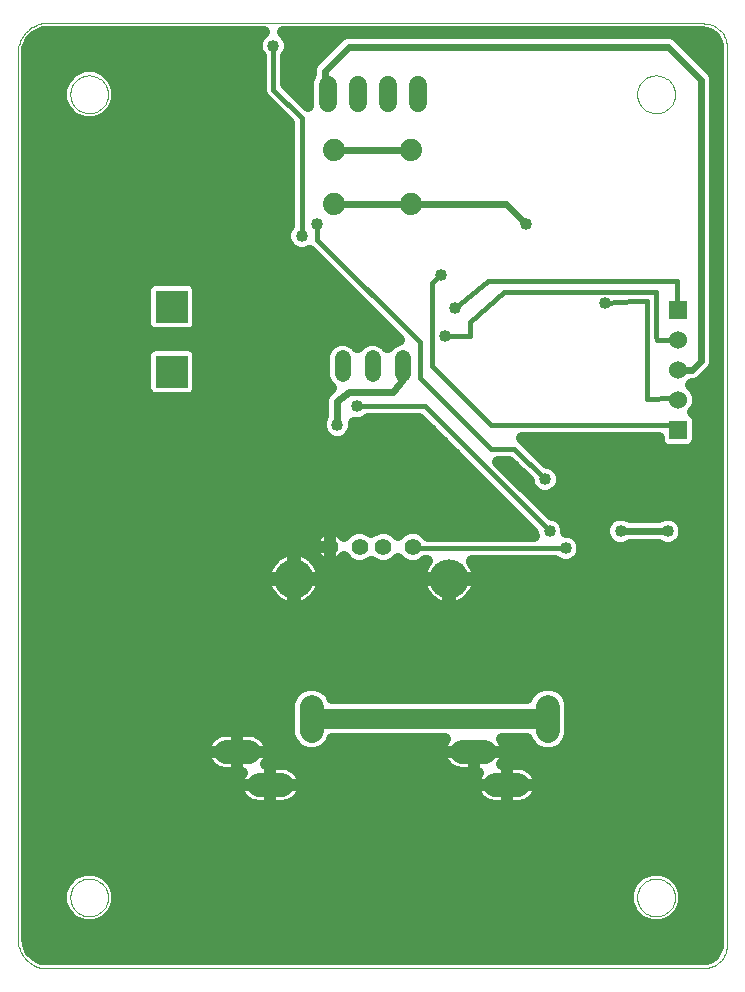
<source format=gbl>
G75*
G70*
%OFA0B0*%
%FSLAX24Y24*%
%IPPOS*%
%LPD*%
%AMOC8*
5,1,8,0,0,1.08239X$1,22.5*
%
%ADD10C,0.0000*%
%ADD11C,0.0787*%
%ADD12C,0.1306*%
%ADD13C,0.0554*%
%ADD14C,0.0520*%
%ADD15R,0.0600X0.0600*%
%ADD16C,0.0600*%
%ADD17R,0.1063X0.1063*%
%ADD18C,0.0740*%
%ADD19C,0.0600*%
%ADD20C,0.0150*%
%ADD21C,0.0400*%
%ADD22C,0.0240*%
%ADD23C,0.0160*%
%ADD24C,0.0660*%
%ADD25C,0.0400*%
D10*
X015719Y008027D02*
X015719Y037160D01*
X015718Y037160D02*
X015708Y037220D01*
X015702Y037280D01*
X015699Y037341D01*
X015700Y037401D01*
X015704Y037462D01*
X015713Y037522D01*
X015724Y037581D01*
X015740Y037640D01*
X015759Y037698D01*
X015781Y037754D01*
X015807Y037809D01*
X015836Y037862D01*
X015868Y037914D01*
X015903Y037963D01*
X015941Y038011D01*
X015982Y038055D01*
X016025Y038098D01*
X016071Y038137D01*
X016119Y038174D01*
X016170Y038208D01*
X016222Y038238D01*
X016276Y038266D01*
X016332Y038290D01*
X016389Y038311D01*
X016447Y038328D01*
X016506Y038342D01*
X038553Y038342D01*
X038553Y038341D02*
X038607Y038339D01*
X038660Y038334D01*
X038713Y038325D01*
X038765Y038312D01*
X038817Y038296D01*
X038867Y038276D01*
X038915Y038253D01*
X038962Y038226D01*
X039007Y038197D01*
X039050Y038164D01*
X039090Y038129D01*
X039128Y038091D01*
X039163Y038051D01*
X039196Y038008D01*
X039225Y037963D01*
X039252Y037916D01*
X039275Y037868D01*
X039295Y037818D01*
X039311Y037766D01*
X039324Y037714D01*
X039333Y037661D01*
X039338Y037608D01*
X039340Y037554D01*
X039341Y037554D02*
X039341Y007633D01*
X039340Y007633D02*
X039338Y007579D01*
X039333Y007526D01*
X039324Y007473D01*
X039311Y007421D01*
X039295Y007369D01*
X039275Y007319D01*
X039252Y007271D01*
X039225Y007224D01*
X039196Y007179D01*
X039163Y007136D01*
X039128Y007096D01*
X039090Y007058D01*
X039050Y007023D01*
X039007Y006990D01*
X038962Y006961D01*
X038915Y006934D01*
X038867Y006911D01*
X038817Y006891D01*
X038765Y006875D01*
X038713Y006862D01*
X038660Y006853D01*
X038607Y006848D01*
X038553Y006846D01*
X016506Y006846D01*
X016506Y006845D02*
X016447Y006859D01*
X016389Y006876D01*
X016332Y006897D01*
X016276Y006921D01*
X016222Y006949D01*
X016170Y006979D01*
X016119Y007013D01*
X016071Y007050D01*
X016025Y007089D01*
X015982Y007132D01*
X015941Y007176D01*
X015903Y007224D01*
X015868Y007273D01*
X015836Y007325D01*
X015807Y007378D01*
X015781Y007433D01*
X015759Y007489D01*
X015740Y007547D01*
X015724Y007606D01*
X015713Y007665D01*
X015704Y007725D01*
X015700Y007786D01*
X015699Y007846D01*
X015702Y007907D01*
X015708Y007967D01*
X015718Y008027D01*
X017451Y009208D02*
X017453Y009258D01*
X017459Y009308D01*
X017469Y009357D01*
X017483Y009405D01*
X017500Y009452D01*
X017521Y009497D01*
X017546Y009541D01*
X017574Y009582D01*
X017606Y009621D01*
X017640Y009658D01*
X017677Y009692D01*
X017717Y009722D01*
X017759Y009749D01*
X017803Y009773D01*
X017849Y009794D01*
X017896Y009810D01*
X017944Y009823D01*
X017994Y009832D01*
X018043Y009837D01*
X018094Y009838D01*
X018144Y009835D01*
X018193Y009828D01*
X018242Y009817D01*
X018290Y009802D01*
X018336Y009784D01*
X018381Y009762D01*
X018424Y009736D01*
X018465Y009707D01*
X018504Y009675D01*
X018540Y009640D01*
X018572Y009602D01*
X018602Y009562D01*
X018629Y009519D01*
X018652Y009475D01*
X018671Y009429D01*
X018687Y009381D01*
X018699Y009332D01*
X018707Y009283D01*
X018711Y009233D01*
X018711Y009183D01*
X018707Y009133D01*
X018699Y009084D01*
X018687Y009035D01*
X018671Y008987D01*
X018652Y008941D01*
X018629Y008897D01*
X018602Y008854D01*
X018572Y008814D01*
X018540Y008776D01*
X018504Y008741D01*
X018465Y008709D01*
X018424Y008680D01*
X018381Y008654D01*
X018336Y008632D01*
X018290Y008614D01*
X018242Y008599D01*
X018193Y008588D01*
X018144Y008581D01*
X018094Y008578D01*
X018043Y008579D01*
X017994Y008584D01*
X017944Y008593D01*
X017896Y008606D01*
X017849Y008622D01*
X017803Y008643D01*
X017759Y008667D01*
X017717Y008694D01*
X017677Y008724D01*
X017640Y008758D01*
X017606Y008795D01*
X017574Y008834D01*
X017546Y008875D01*
X017521Y008919D01*
X017500Y008964D01*
X017483Y009011D01*
X017469Y009059D01*
X017459Y009108D01*
X017453Y009158D01*
X017451Y009208D01*
X036349Y009208D02*
X036351Y009258D01*
X036357Y009308D01*
X036367Y009357D01*
X036381Y009405D01*
X036398Y009452D01*
X036419Y009497D01*
X036444Y009541D01*
X036472Y009582D01*
X036504Y009621D01*
X036538Y009658D01*
X036575Y009692D01*
X036615Y009722D01*
X036657Y009749D01*
X036701Y009773D01*
X036747Y009794D01*
X036794Y009810D01*
X036842Y009823D01*
X036892Y009832D01*
X036941Y009837D01*
X036992Y009838D01*
X037042Y009835D01*
X037091Y009828D01*
X037140Y009817D01*
X037188Y009802D01*
X037234Y009784D01*
X037279Y009762D01*
X037322Y009736D01*
X037363Y009707D01*
X037402Y009675D01*
X037438Y009640D01*
X037470Y009602D01*
X037500Y009562D01*
X037527Y009519D01*
X037550Y009475D01*
X037569Y009429D01*
X037585Y009381D01*
X037597Y009332D01*
X037605Y009283D01*
X037609Y009233D01*
X037609Y009183D01*
X037605Y009133D01*
X037597Y009084D01*
X037585Y009035D01*
X037569Y008987D01*
X037550Y008941D01*
X037527Y008897D01*
X037500Y008854D01*
X037470Y008814D01*
X037438Y008776D01*
X037402Y008741D01*
X037363Y008709D01*
X037322Y008680D01*
X037279Y008654D01*
X037234Y008632D01*
X037188Y008614D01*
X037140Y008599D01*
X037091Y008588D01*
X037042Y008581D01*
X036992Y008578D01*
X036941Y008579D01*
X036892Y008584D01*
X036842Y008593D01*
X036794Y008606D01*
X036747Y008622D01*
X036701Y008643D01*
X036657Y008667D01*
X036615Y008694D01*
X036575Y008724D01*
X036538Y008758D01*
X036504Y008795D01*
X036472Y008834D01*
X036444Y008875D01*
X036419Y008919D01*
X036398Y008964D01*
X036381Y009011D01*
X036367Y009059D01*
X036357Y009108D01*
X036351Y009158D01*
X036349Y009208D01*
X036349Y035979D02*
X036351Y036029D01*
X036357Y036079D01*
X036367Y036128D01*
X036381Y036176D01*
X036398Y036223D01*
X036419Y036268D01*
X036444Y036312D01*
X036472Y036353D01*
X036504Y036392D01*
X036538Y036429D01*
X036575Y036463D01*
X036615Y036493D01*
X036657Y036520D01*
X036701Y036544D01*
X036747Y036565D01*
X036794Y036581D01*
X036842Y036594D01*
X036892Y036603D01*
X036941Y036608D01*
X036992Y036609D01*
X037042Y036606D01*
X037091Y036599D01*
X037140Y036588D01*
X037188Y036573D01*
X037234Y036555D01*
X037279Y036533D01*
X037322Y036507D01*
X037363Y036478D01*
X037402Y036446D01*
X037438Y036411D01*
X037470Y036373D01*
X037500Y036333D01*
X037527Y036290D01*
X037550Y036246D01*
X037569Y036200D01*
X037585Y036152D01*
X037597Y036103D01*
X037605Y036054D01*
X037609Y036004D01*
X037609Y035954D01*
X037605Y035904D01*
X037597Y035855D01*
X037585Y035806D01*
X037569Y035758D01*
X037550Y035712D01*
X037527Y035668D01*
X037500Y035625D01*
X037470Y035585D01*
X037438Y035547D01*
X037402Y035512D01*
X037363Y035480D01*
X037322Y035451D01*
X037279Y035425D01*
X037234Y035403D01*
X037188Y035385D01*
X037140Y035370D01*
X037091Y035359D01*
X037042Y035352D01*
X036992Y035349D01*
X036941Y035350D01*
X036892Y035355D01*
X036842Y035364D01*
X036794Y035377D01*
X036747Y035393D01*
X036701Y035414D01*
X036657Y035438D01*
X036615Y035465D01*
X036575Y035495D01*
X036538Y035529D01*
X036504Y035566D01*
X036472Y035605D01*
X036444Y035646D01*
X036419Y035690D01*
X036398Y035735D01*
X036381Y035782D01*
X036367Y035830D01*
X036357Y035879D01*
X036351Y035929D01*
X036349Y035979D01*
X017451Y035979D02*
X017453Y036029D01*
X017459Y036079D01*
X017469Y036128D01*
X017483Y036176D01*
X017500Y036223D01*
X017521Y036268D01*
X017546Y036312D01*
X017574Y036353D01*
X017606Y036392D01*
X017640Y036429D01*
X017677Y036463D01*
X017717Y036493D01*
X017759Y036520D01*
X017803Y036544D01*
X017849Y036565D01*
X017896Y036581D01*
X017944Y036594D01*
X017994Y036603D01*
X018043Y036608D01*
X018094Y036609D01*
X018144Y036606D01*
X018193Y036599D01*
X018242Y036588D01*
X018290Y036573D01*
X018336Y036555D01*
X018381Y036533D01*
X018424Y036507D01*
X018465Y036478D01*
X018504Y036446D01*
X018540Y036411D01*
X018572Y036373D01*
X018602Y036333D01*
X018629Y036290D01*
X018652Y036246D01*
X018671Y036200D01*
X018687Y036152D01*
X018699Y036103D01*
X018707Y036054D01*
X018711Y036004D01*
X018711Y035954D01*
X018707Y035904D01*
X018699Y035855D01*
X018687Y035806D01*
X018671Y035758D01*
X018652Y035712D01*
X018629Y035668D01*
X018602Y035625D01*
X018572Y035585D01*
X018540Y035547D01*
X018504Y035512D01*
X018465Y035480D01*
X018424Y035451D01*
X018381Y035425D01*
X018336Y035403D01*
X018290Y035385D01*
X018242Y035370D01*
X018193Y035359D01*
X018144Y035352D01*
X018094Y035349D01*
X018043Y035350D01*
X017994Y035355D01*
X017944Y035364D01*
X017896Y035377D01*
X017849Y035393D01*
X017803Y035414D01*
X017759Y035438D01*
X017717Y035465D01*
X017677Y035495D01*
X017640Y035529D01*
X017606Y035566D01*
X017574Y035605D01*
X017546Y035646D01*
X017521Y035690D01*
X017500Y035735D01*
X017483Y035782D01*
X017469Y035830D01*
X017459Y035879D01*
X017453Y035929D01*
X017451Y035979D01*
D11*
X025500Y015558D02*
X025500Y014771D01*
X024516Y012960D02*
X023729Y012960D01*
X023414Y014062D02*
X022626Y014062D01*
X030500Y014062D02*
X031288Y014062D01*
X031603Y012960D02*
X032390Y012960D01*
X033374Y014771D02*
X033374Y015558D01*
D12*
X030077Y019834D03*
X024904Y019834D03*
D13*
X026112Y020901D03*
X027097Y020901D03*
X027884Y020901D03*
X028868Y020901D03*
D14*
X028530Y026664D02*
X028530Y027184D01*
X027530Y027184D02*
X027530Y026664D01*
X026530Y026664D02*
X026530Y027184D01*
D15*
X037715Y028790D03*
X037715Y024790D03*
D16*
X037715Y025790D03*
X037715Y026790D03*
X037715Y027790D03*
D17*
X020837Y026727D03*
X020837Y028893D03*
D18*
X026250Y032333D03*
X026250Y034113D03*
X028810Y034113D03*
X028810Y032333D03*
D19*
X029030Y035679D02*
X029030Y036279D01*
X028030Y036279D02*
X028030Y035679D01*
X027030Y035679D02*
X027030Y036279D01*
X026030Y036279D02*
X026030Y035679D01*
D20*
X035288Y029038D02*
X036272Y029090D01*
X036664Y029090D01*
X036664Y025822D01*
X037469Y025846D01*
X037715Y025790D01*
X033969Y020846D02*
X028969Y020846D01*
X028868Y020901D01*
D21*
X027469Y023096D03*
X026349Y024956D03*
X027018Y025586D03*
X029931Y027909D03*
X030286Y028853D03*
X029813Y029956D03*
X032648Y031649D03*
X035288Y029038D03*
X033278Y023145D03*
X033435Y021412D03*
X033969Y020846D03*
X035798Y021412D03*
X037372Y021412D03*
X038042Y014286D03*
X033868Y009601D03*
X025168Y031255D03*
X025679Y031649D03*
X024223Y037594D03*
D22*
X025955Y036767D02*
X025955Y036054D01*
X026030Y035979D01*
X025955Y036767D02*
X026742Y037554D01*
X037372Y037554D01*
X038475Y036452D01*
X038475Y027082D01*
X038183Y026790D01*
X037715Y026790D01*
X037372Y021412D02*
X035798Y021412D01*
X038042Y014286D02*
X038042Y014050D01*
X038160Y013932D01*
X034223Y009601D02*
X033868Y009601D01*
X026349Y024956D02*
X026349Y025743D01*
X026742Y026058D01*
X028199Y026058D01*
X028553Y026491D01*
X028553Y026901D01*
X028530Y026924D01*
X032648Y031649D02*
X031963Y032333D01*
X028810Y032333D01*
X026250Y032333D01*
X026250Y034113D02*
X028810Y034113D01*
D23*
X025679Y031649D02*
X025679Y031137D01*
X029105Y027712D01*
X029105Y026531D01*
X031467Y024168D01*
X032254Y024168D01*
X033278Y023145D01*
X033435Y021412D02*
X029262Y025586D01*
X027018Y025586D01*
X029498Y026924D02*
X031467Y024956D01*
X037549Y024956D01*
X037715Y024790D01*
X037715Y027790D02*
X037006Y027790D01*
X036979Y027909D01*
X036979Y029405D01*
X031900Y029405D01*
X030758Y028381D01*
X030758Y027909D01*
X029931Y027909D01*
X030286Y028853D02*
X031388Y029759D01*
X037687Y029759D01*
X037691Y028853D01*
X037715Y028790D01*
X029813Y029956D02*
X029774Y029956D01*
X029498Y029680D01*
X029498Y026924D01*
X025168Y031255D02*
X025168Y035192D01*
X024223Y036137D01*
X024223Y037594D01*
D24*
X025500Y015164D02*
X033374Y015164D01*
D25*
X034118Y015214D02*
X039041Y015214D01*
X039041Y014816D02*
X034118Y014816D01*
X034118Y014623D02*
X034118Y015706D01*
X034005Y015979D01*
X033796Y016189D01*
X033522Y016302D01*
X033226Y016302D01*
X032953Y016189D01*
X032744Y015979D01*
X032688Y015844D01*
X026187Y015844D01*
X026131Y015979D01*
X025922Y016189D01*
X025648Y016302D01*
X025352Y016302D01*
X025079Y016189D01*
X024870Y015979D01*
X024757Y015706D01*
X024757Y014623D01*
X024870Y014349D01*
X025079Y014140D01*
X025352Y014027D01*
X025648Y014027D01*
X025922Y014140D01*
X026131Y014349D01*
X026187Y014484D01*
X029950Y014484D01*
X029922Y014448D01*
X029877Y014370D01*
X029842Y014286D01*
X029818Y014198D01*
X029807Y014108D01*
X029807Y014062D01*
X029807Y014017D01*
X029818Y013926D01*
X029842Y013839D01*
X029877Y013755D01*
X029922Y013676D01*
X029978Y013604D01*
X030042Y013539D01*
X030114Y013484D01*
X030193Y013439D01*
X030277Y013404D01*
X030365Y013380D01*
X030455Y013368D01*
X030894Y013368D01*
X031042Y013368D01*
X031025Y013346D01*
X030979Y013267D01*
X030944Y013183D01*
X030921Y013095D01*
X030909Y013005D01*
X030909Y012960D01*
X031996Y012960D01*
X031996Y013653D01*
X031848Y013653D01*
X031866Y013676D01*
X031911Y013755D01*
X031946Y013839D01*
X031969Y013926D01*
X031981Y014017D01*
X031981Y014062D01*
X030894Y014062D01*
X030894Y013368D01*
X030894Y014062D01*
X030894Y014062D01*
X030894Y014062D01*
X031981Y014062D01*
X031981Y014108D01*
X031969Y014198D01*
X031946Y014286D01*
X031911Y014370D01*
X031866Y014448D01*
X031838Y014484D01*
X032688Y014484D01*
X032744Y014349D01*
X032953Y014140D01*
X033226Y014027D01*
X033522Y014027D01*
X033796Y014140D01*
X034005Y014349D01*
X034118Y014623D01*
X034033Y014417D02*
X039041Y014417D01*
X039041Y014019D02*
X031981Y014019D01*
X031996Y013653D02*
X031996Y012960D01*
X031996Y012960D01*
X031996Y012960D01*
X030909Y012960D01*
X030909Y012914D01*
X030921Y012824D01*
X030944Y012736D01*
X030979Y012652D01*
X031025Y012573D01*
X031080Y012501D01*
X031144Y012437D01*
X031216Y012382D01*
X031295Y012336D01*
X031379Y012301D01*
X031467Y012278D01*
X031557Y012266D01*
X031996Y012266D01*
X031996Y012960D01*
X031996Y012960D01*
X033084Y012960D01*
X033084Y013005D01*
X033072Y013095D01*
X033048Y013183D01*
X033014Y013267D01*
X032968Y013346D01*
X032913Y013418D01*
X032848Y013482D01*
X032776Y013538D01*
X032698Y013583D01*
X032613Y013618D01*
X032526Y013642D01*
X032435Y013653D01*
X031996Y013653D01*
X031996Y013620D02*
X031996Y013620D01*
X031996Y013222D02*
X031996Y013222D01*
X031996Y012960D02*
X031996Y012960D01*
X031996Y012266D01*
X032435Y012266D01*
X032526Y012278D01*
X032613Y012301D01*
X032698Y012336D01*
X032776Y012382D01*
X032848Y012437D01*
X032913Y012501D01*
X032968Y012573D01*
X033014Y012652D01*
X033048Y012736D01*
X033072Y012824D01*
X033084Y012914D01*
X033084Y012960D01*
X031996Y012960D01*
X031996Y012823D02*
X031996Y012823D01*
X031996Y012425D02*
X031996Y012425D01*
X032832Y012425D02*
X039041Y012425D01*
X039041Y012823D02*
X033072Y012823D01*
X033032Y013222D02*
X039041Y013222D01*
X039041Y013620D02*
X032606Y013620D01*
X032716Y014417D02*
X031884Y014417D01*
X030894Y014062D02*
X030894Y014062D01*
X029807Y014062D01*
X030894Y014062D01*
X030894Y014019D02*
X030894Y014019D01*
X030894Y013620D02*
X030894Y013620D01*
X030960Y013222D02*
X025158Y013222D01*
X025174Y013183D02*
X025140Y013267D01*
X025094Y013346D01*
X025039Y013418D01*
X024974Y013482D01*
X024902Y013538D01*
X024823Y013583D01*
X024739Y013618D01*
X024652Y013642D01*
X024561Y013653D01*
X024122Y013653D01*
X023974Y013653D01*
X023992Y013676D01*
X024037Y013755D01*
X024072Y013839D01*
X024095Y013926D01*
X024107Y014017D01*
X024107Y014062D01*
X023020Y014062D01*
X023020Y013368D01*
X023168Y013368D01*
X023151Y013346D01*
X023105Y013267D01*
X023070Y013183D01*
X023047Y013095D01*
X023035Y013005D01*
X023035Y012960D01*
X024122Y012960D01*
X024122Y013653D01*
X024122Y012960D01*
X024122Y012960D01*
X024122Y012960D01*
X023035Y012960D01*
X023035Y012914D01*
X023047Y012824D01*
X023070Y012736D01*
X023105Y012652D01*
X023151Y012573D01*
X023206Y012501D01*
X023270Y012437D01*
X023342Y012382D01*
X023421Y012336D01*
X023505Y012301D01*
X023593Y012278D01*
X023683Y012266D01*
X024122Y012266D01*
X024122Y012960D01*
X024122Y012960D01*
X025210Y012960D01*
X025210Y013005D01*
X025198Y013095D01*
X025174Y013183D01*
X025210Y012960D02*
X024122Y012960D01*
X024122Y012960D01*
X024122Y012266D01*
X024561Y012266D01*
X024652Y012278D01*
X024739Y012301D01*
X024823Y012336D01*
X024902Y012382D01*
X024974Y012437D01*
X025039Y012501D01*
X025094Y012573D01*
X025140Y012652D01*
X025174Y012736D01*
X025198Y012824D01*
X025210Y012914D01*
X025210Y012960D01*
X025198Y012823D02*
X030921Y012823D01*
X031161Y012425D02*
X024958Y012425D01*
X024122Y012425D02*
X024122Y012425D01*
X024122Y012823D02*
X024122Y012823D01*
X024122Y013222D02*
X024122Y013222D01*
X024122Y013620D02*
X024122Y013620D01*
X024107Y014019D02*
X029807Y014019D01*
X029904Y014417D02*
X026159Y014417D01*
X024842Y014417D02*
X024010Y014417D01*
X023992Y014448D02*
X023936Y014520D01*
X023872Y014585D01*
X023800Y014640D01*
X023721Y014686D01*
X023637Y014720D01*
X023549Y014744D01*
X023459Y014756D01*
X023020Y014756D01*
X023020Y014062D01*
X023020Y014062D01*
X023020Y014062D01*
X023020Y013368D01*
X022581Y013368D01*
X022491Y013380D01*
X022403Y013404D01*
X022319Y013439D01*
X022240Y013484D01*
X022168Y013539D01*
X022104Y013604D01*
X022048Y013676D01*
X022003Y013755D01*
X021968Y013839D01*
X021944Y013926D01*
X021933Y014017D01*
X021933Y014062D01*
X023020Y014062D01*
X024107Y014062D01*
X024107Y014108D01*
X024095Y014198D01*
X024072Y014286D01*
X024037Y014370D01*
X023992Y014448D01*
X024757Y014816D02*
X016019Y014816D01*
X016019Y015214D02*
X024757Y015214D01*
X024757Y015613D02*
X016019Y015613D01*
X016019Y016011D02*
X024901Y016011D01*
X026099Y016011D02*
X032775Y016011D01*
X033973Y016011D02*
X039041Y016011D01*
X039041Y015613D02*
X034118Y015613D01*
X030713Y019122D02*
X030789Y019198D01*
X030855Y019282D01*
X030912Y019372D01*
X030959Y019469D01*
X030994Y019570D01*
X031018Y019674D01*
X031030Y019780D01*
X031030Y019807D01*
X030103Y019807D01*
X030103Y018881D01*
X030131Y018881D01*
X030237Y018893D01*
X030341Y018917D01*
X030442Y018952D01*
X030539Y018999D01*
X030629Y019055D01*
X030713Y019122D01*
X030790Y019199D02*
X039041Y019199D01*
X039041Y018801D02*
X016019Y018801D01*
X016019Y019199D02*
X024191Y019199D01*
X024192Y019198D02*
X024268Y019122D01*
X024352Y019055D01*
X024442Y018999D01*
X024539Y018952D01*
X024640Y018917D01*
X024744Y018893D01*
X024850Y018881D01*
X024877Y018881D01*
X024877Y019807D01*
X023951Y019807D01*
X023951Y019780D01*
X023963Y019674D01*
X023987Y019570D01*
X024022Y019469D01*
X024069Y019372D01*
X024126Y019282D01*
X024192Y019198D01*
X023980Y019598D02*
X016019Y019598D01*
X016019Y019996D02*
X023964Y019996D01*
X023963Y019994D02*
X023951Y019887D01*
X023951Y019860D01*
X024877Y019860D01*
X024877Y019807D01*
X024930Y019807D01*
X024930Y018881D01*
X024957Y018881D01*
X025064Y018893D01*
X025168Y018917D01*
X025269Y018952D01*
X025365Y018999D01*
X025456Y019055D01*
X025540Y019122D01*
X025615Y019198D01*
X025682Y019282D01*
X025739Y019372D01*
X025785Y019469D01*
X025821Y019570D01*
X025845Y019674D01*
X025857Y019780D01*
X025857Y019807D01*
X024930Y019807D01*
X024930Y019860D01*
X024877Y019860D01*
X024877Y020786D01*
X024850Y020786D01*
X024744Y020775D01*
X024640Y020751D01*
X024539Y020715D01*
X024442Y020669D01*
X024352Y020612D01*
X024268Y020545D01*
X024192Y020470D01*
X024126Y020386D01*
X024069Y020295D01*
X024022Y020199D01*
X023987Y020098D01*
X023963Y019994D01*
X024132Y020395D02*
X016019Y020395D01*
X016019Y020793D02*
X025545Y020793D01*
X025550Y020766D02*
X025578Y020679D01*
X025619Y020598D01*
X025672Y020525D01*
X025736Y020460D01*
X025810Y020407D01*
X025891Y020366D01*
X025977Y020338D01*
X026067Y020323D01*
X026112Y020323D01*
X026112Y020901D01*
X026112Y020901D01*
X025535Y020901D01*
X025535Y020946D01*
X025550Y021036D01*
X025578Y021122D01*
X025619Y021203D01*
X025672Y021277D01*
X025736Y021341D01*
X025810Y021394D01*
X025891Y021436D01*
X025977Y021464D01*
X026067Y021478D01*
X026112Y021478D01*
X026112Y020901D01*
X026112Y020901D01*
X025535Y020901D01*
X025535Y020855D01*
X025550Y020766D01*
X025456Y020612D02*
X025365Y020669D01*
X025269Y020715D01*
X025168Y020751D01*
X025064Y020775D01*
X024957Y020786D01*
X024930Y020786D01*
X024930Y019860D01*
X025857Y019860D01*
X025857Y019887D01*
X025845Y019994D01*
X025821Y020098D01*
X025785Y020199D01*
X025739Y020295D01*
X025682Y020386D01*
X025615Y020470D01*
X025540Y020545D01*
X025456Y020612D01*
X025675Y020395D02*
X025834Y020395D01*
X026112Y020395D02*
X026112Y020395D01*
X026112Y020323D02*
X026158Y020323D01*
X026248Y020338D01*
X026334Y020366D01*
X026415Y020407D01*
X026488Y020460D01*
X026553Y020525D01*
X026567Y020544D01*
X026741Y020369D01*
X026972Y020273D01*
X027221Y020273D01*
X027452Y020369D01*
X027490Y020407D01*
X027529Y020369D01*
X027759Y020273D01*
X028009Y020273D01*
X028239Y020369D01*
X028376Y020506D01*
X028513Y020369D01*
X028744Y020273D01*
X028993Y020273D01*
X029224Y020369D01*
X029275Y020421D01*
X029326Y020421D01*
X029299Y020386D01*
X029242Y020295D01*
X029195Y020199D01*
X029160Y020098D01*
X029136Y019994D01*
X029124Y019887D01*
X029124Y019860D01*
X030051Y019860D01*
X030051Y019807D01*
X030103Y019807D01*
X030103Y019860D01*
X031030Y019860D01*
X031030Y019887D01*
X031018Y019994D01*
X030994Y020098D01*
X030959Y020199D01*
X030912Y020295D01*
X030855Y020386D01*
X030828Y020421D01*
X033616Y020421D01*
X033657Y020379D01*
X033859Y020296D01*
X034078Y020296D01*
X034280Y020379D01*
X034435Y020534D01*
X034519Y020736D01*
X034519Y020955D01*
X034435Y021157D01*
X034280Y021312D01*
X034078Y021396D01*
X033985Y021396D01*
X033985Y021522D01*
X033902Y021724D01*
X033747Y021879D01*
X033545Y021962D01*
X033493Y021962D01*
X031718Y023738D01*
X032076Y023738D01*
X032728Y023087D01*
X032728Y023035D01*
X032812Y022833D01*
X032966Y022678D01*
X033168Y022595D01*
X033387Y022595D01*
X033589Y022678D01*
X033744Y022833D01*
X033828Y023035D01*
X033828Y023254D01*
X033744Y023456D01*
X033589Y023611D01*
X033387Y023695D01*
X033336Y023695D01*
X032505Y024526D01*
X037065Y024526D01*
X037065Y024421D01*
X037118Y024292D01*
X037217Y024194D01*
X037345Y024140D01*
X038084Y024140D01*
X038213Y024194D01*
X038312Y024292D01*
X038365Y024421D01*
X038365Y025160D01*
X038312Y025289D01*
X038222Y025378D01*
X038266Y025422D01*
X038365Y025661D01*
X038365Y025920D01*
X038266Y026159D01*
X038134Y026290D01*
X038164Y026320D01*
X038277Y026320D01*
X038450Y026392D01*
X038582Y026524D01*
X038582Y026524D01*
X038741Y026683D01*
X038873Y026816D01*
X038945Y026988D01*
X038945Y036545D01*
X038873Y036718D01*
X037771Y037820D01*
X037771Y037820D01*
X037639Y037953D01*
X037466Y038024D01*
X026649Y038024D01*
X026476Y037953D01*
X025689Y037165D01*
X025557Y037033D01*
X025485Y036860D01*
X025485Y036654D01*
X025479Y036648D01*
X025380Y036409D01*
X025380Y035588D01*
X024653Y036315D01*
X024653Y037246D01*
X024689Y037282D01*
X024773Y037484D01*
X024773Y037703D01*
X024689Y037905D01*
X024552Y038042D01*
X038553Y038042D01*
X038630Y038036D01*
X038775Y037988D01*
X038898Y037899D01*
X038988Y037775D01*
X039035Y037630D01*
X039041Y037554D01*
X039041Y007633D01*
X039035Y007557D01*
X038988Y007412D01*
X038898Y007288D01*
X038775Y007199D01*
X038630Y007152D01*
X038553Y007146D01*
X016544Y007146D01*
X016459Y007170D01*
X016267Y007278D01*
X016117Y007439D01*
X016025Y007639D01*
X016000Y007858D01*
X016010Y007947D01*
X016019Y007967D01*
X016019Y007997D01*
X016025Y008026D01*
X016019Y008056D01*
X016019Y037131D01*
X016025Y037161D01*
X016019Y037190D01*
X016019Y037220D01*
X016010Y037240D01*
X016000Y037329D01*
X016025Y037548D01*
X016117Y037748D01*
X016267Y037910D01*
X016459Y038017D01*
X016544Y038042D01*
X023893Y038042D01*
X023756Y037905D01*
X023673Y037703D01*
X023673Y037484D01*
X023756Y037282D01*
X023793Y037246D01*
X023793Y036051D01*
X023858Y035893D01*
X024738Y035014D01*
X024738Y031603D01*
X024701Y031567D01*
X024618Y031364D01*
X024618Y031146D01*
X024701Y030943D01*
X024856Y030789D01*
X025058Y030705D01*
X025277Y030705D01*
X025437Y030771D01*
X028414Y027794D01*
X028408Y027794D01*
X028184Y027701D01*
X028030Y027547D01*
X027875Y027701D01*
X027651Y027794D01*
X027408Y027794D01*
X027184Y027701D01*
X027030Y027547D01*
X026875Y027701D01*
X026651Y027794D01*
X026408Y027794D01*
X026184Y027701D01*
X026013Y027530D01*
X025920Y027306D01*
X025920Y026543D01*
X026013Y026319D01*
X026147Y026184D01*
X026107Y026152D01*
X026082Y026142D01*
X026035Y026094D01*
X025982Y026052D01*
X025969Y026028D01*
X025950Y026009D01*
X025924Y025947D01*
X025892Y025888D01*
X025889Y025861D01*
X025879Y025837D01*
X025879Y025769D01*
X025871Y025702D01*
X025879Y025676D01*
X025879Y025258D01*
X025799Y025065D01*
X025799Y024846D01*
X025882Y024644D01*
X026037Y024490D01*
X026239Y024406D01*
X026458Y024406D01*
X026660Y024490D01*
X026815Y024644D01*
X026899Y024846D01*
X026899Y025040D01*
X026909Y025036D01*
X027127Y025036D01*
X027330Y025119D01*
X027366Y025156D01*
X029084Y025156D01*
X032885Y021354D01*
X032885Y021303D01*
X032899Y021271D01*
X029385Y021271D01*
X029224Y021432D01*
X028993Y021528D01*
X028744Y021528D01*
X028513Y021432D01*
X028376Y021295D01*
X028239Y021432D01*
X028009Y021528D01*
X027759Y021528D01*
X027529Y021432D01*
X027490Y021394D01*
X027452Y021432D01*
X027221Y021528D01*
X026972Y021528D01*
X026741Y021432D01*
X026567Y021258D01*
X026553Y021277D01*
X026488Y021341D01*
X026415Y021394D01*
X026334Y021436D01*
X026248Y021464D01*
X026158Y021478D01*
X026112Y021478D01*
X026112Y020901D01*
X026112Y020901D01*
X026112Y020323D01*
X026390Y020395D02*
X026716Y020395D01*
X027478Y020395D02*
X027503Y020395D01*
X028265Y020395D02*
X028488Y020395D01*
X029249Y020395D02*
X029306Y020395D01*
X029137Y019996D02*
X025844Y019996D01*
X025827Y019598D02*
X029154Y019598D01*
X029160Y019570D02*
X029136Y019674D01*
X029124Y019780D01*
X029124Y019807D01*
X030051Y019807D01*
X030051Y018881D01*
X030024Y018881D01*
X029917Y018893D01*
X029813Y018917D01*
X029712Y018952D01*
X029615Y018999D01*
X029525Y019055D01*
X029441Y019122D01*
X029365Y019198D01*
X029299Y019282D01*
X029242Y019372D01*
X029195Y019469D01*
X029160Y019570D01*
X029365Y019199D02*
X025616Y019199D01*
X024930Y019199D02*
X024877Y019199D01*
X024877Y019598D02*
X024930Y019598D01*
X024930Y019996D02*
X024877Y019996D01*
X024877Y020395D02*
X024930Y020395D01*
X025613Y021192D02*
X016019Y021192D01*
X016019Y021590D02*
X032650Y021590D01*
X032251Y021989D02*
X016019Y021989D01*
X016019Y022387D02*
X031853Y022387D01*
X031454Y022786D02*
X016019Y022786D01*
X016019Y023184D02*
X031056Y023184D01*
X030657Y023583D02*
X016019Y023583D01*
X016019Y023981D02*
X030259Y023981D01*
X029860Y024380D02*
X016019Y024380D01*
X016019Y024778D02*
X025827Y024778D01*
X025845Y025177D02*
X016019Y025177D01*
X016019Y025575D02*
X025879Y025575D01*
X025935Y025974D02*
X021641Y025974D01*
X021665Y025998D02*
X021718Y026126D01*
X021718Y027329D01*
X021665Y027457D01*
X021567Y027556D01*
X021438Y027609D01*
X020236Y027609D01*
X020107Y027556D01*
X020009Y027457D01*
X019955Y027329D01*
X019955Y026126D01*
X020009Y025998D01*
X020107Y025899D01*
X020236Y025846D01*
X021438Y025846D01*
X021567Y025899D01*
X021665Y025998D01*
X021718Y026372D02*
X025991Y026372D01*
X025920Y026771D02*
X021718Y026771D01*
X021718Y027169D02*
X025920Y027169D01*
X026050Y027568D02*
X021538Y027568D01*
X021438Y028011D02*
X021567Y028065D01*
X021665Y028163D01*
X021718Y028292D01*
X021718Y029494D01*
X021665Y029623D01*
X021567Y029721D01*
X021438Y029774D01*
X020236Y029774D01*
X020107Y029721D01*
X020009Y029623D01*
X019955Y029494D01*
X019955Y028292D01*
X020009Y028163D01*
X020107Y028065D01*
X020236Y028011D01*
X021438Y028011D01*
X021718Y028365D02*
X027844Y028365D01*
X027445Y028763D02*
X021718Y028763D01*
X021718Y029162D02*
X027047Y029162D01*
X026648Y029560D02*
X021691Y029560D01*
X019983Y029560D02*
X016019Y029560D01*
X016019Y029162D02*
X019955Y029162D01*
X019955Y028763D02*
X016019Y028763D01*
X016019Y028365D02*
X019955Y028365D01*
X020136Y027568D02*
X016019Y027568D01*
X016019Y027966D02*
X028242Y027966D01*
X028050Y027568D02*
X028009Y027568D01*
X027050Y027568D02*
X027009Y027568D01*
X026250Y029959D02*
X016019Y029959D01*
X016019Y030357D02*
X025851Y030357D01*
X025453Y030756D02*
X025399Y030756D01*
X024936Y030756D02*
X016019Y030756D01*
X016019Y031154D02*
X024618Y031154D01*
X024696Y031553D02*
X016019Y031553D01*
X016019Y031951D02*
X024738Y031951D01*
X024738Y032350D02*
X016019Y032350D01*
X016019Y032748D02*
X024738Y032748D01*
X024738Y033147D02*
X016019Y033147D01*
X016019Y033545D02*
X024738Y033545D01*
X024738Y033944D02*
X016019Y033944D01*
X016019Y034342D02*
X024738Y034342D01*
X024738Y034741D02*
X016019Y034741D01*
X016019Y035139D02*
X017680Y035139D01*
X017554Y035191D02*
X017896Y035049D01*
X018266Y035049D01*
X018608Y035191D01*
X018869Y035453D01*
X019011Y035794D01*
X019011Y036164D01*
X018869Y036506D01*
X018608Y036768D01*
X018266Y036909D01*
X017896Y036909D01*
X017554Y036768D01*
X017293Y036506D01*
X017151Y036164D01*
X017151Y035794D01*
X017293Y035453D01*
X017554Y035191D01*
X017257Y035538D02*
X016019Y035538D01*
X016019Y035936D02*
X017151Y035936D01*
X017222Y036335D02*
X016019Y036335D01*
X016019Y036733D02*
X017520Y036733D01*
X018642Y036733D02*
X023793Y036733D01*
X023793Y036335D02*
X018940Y036335D01*
X019011Y035936D02*
X023840Y035936D01*
X024214Y035538D02*
X018904Y035538D01*
X018482Y035139D02*
X024612Y035139D01*
X025032Y035936D02*
X025380Y035936D01*
X025380Y036335D02*
X024653Y036335D01*
X024653Y036733D02*
X025485Y036733D01*
X025655Y037132D02*
X024653Y037132D01*
X024773Y037530D02*
X026054Y037530D01*
X026452Y037929D02*
X024666Y037929D01*
X023780Y037929D02*
X016301Y037929D01*
X016023Y037530D02*
X023673Y037530D01*
X023793Y037132D02*
X016019Y037132D01*
X016019Y027169D02*
X019955Y027169D01*
X019955Y026771D02*
X016019Y026771D01*
X016019Y026372D02*
X019955Y026372D01*
X020033Y025974D02*
X016019Y025974D01*
X016019Y018402D02*
X039041Y018402D01*
X039041Y018004D02*
X016019Y018004D01*
X016019Y017605D02*
X039041Y017605D01*
X039041Y017207D02*
X016019Y017207D01*
X016019Y016808D02*
X039041Y016808D01*
X039041Y016410D02*
X016019Y016410D01*
X016019Y014417D02*
X022030Y014417D01*
X022048Y014448D02*
X022003Y014370D01*
X021968Y014286D01*
X021944Y014198D01*
X021933Y014108D01*
X021933Y014062D01*
X023020Y014062D01*
X023020Y014062D01*
X023020Y014062D01*
X023020Y014756D01*
X022581Y014756D01*
X022491Y014744D01*
X022403Y014720D01*
X022319Y014686D01*
X022240Y014640D01*
X022168Y014585D01*
X022104Y014520D01*
X022048Y014448D01*
X021933Y014019D02*
X016019Y014019D01*
X016019Y013620D02*
X022091Y013620D01*
X023020Y013620D02*
X023020Y013620D01*
X023020Y014019D02*
X023020Y014019D01*
X023020Y014417D02*
X023020Y014417D01*
X023086Y013222D02*
X016019Y013222D01*
X016019Y012823D02*
X023047Y012823D01*
X023287Y012425D02*
X016019Y012425D01*
X016019Y012026D02*
X039041Y012026D01*
X039041Y011628D02*
X016019Y011628D01*
X016019Y011229D02*
X039041Y011229D01*
X039041Y010831D02*
X016019Y010831D01*
X016019Y010432D02*
X039041Y010432D01*
X039041Y010034D02*
X037415Y010034D01*
X037505Y009996D02*
X037164Y010138D01*
X036794Y010138D01*
X036452Y009996D01*
X036190Y009735D01*
X036049Y009393D01*
X036049Y009023D01*
X036190Y008681D01*
X036452Y008419D01*
X036794Y008278D01*
X037164Y008278D01*
X037505Y008419D01*
X037767Y008681D01*
X037909Y009023D01*
X037909Y009393D01*
X037767Y009735D01*
X037505Y009996D01*
X037808Y009635D02*
X039041Y009635D01*
X039041Y009237D02*
X037909Y009237D01*
X037832Y008838D02*
X039041Y008838D01*
X039041Y008440D02*
X037526Y008440D01*
X036432Y008440D02*
X018628Y008440D01*
X018608Y008419D02*
X018869Y008681D01*
X019011Y009023D01*
X019011Y009393D01*
X018869Y009735D01*
X018608Y009996D01*
X018266Y010138D01*
X017896Y010138D01*
X017554Y009996D01*
X017293Y009735D01*
X017151Y009393D01*
X017151Y009023D01*
X017293Y008681D01*
X017554Y008419D01*
X017896Y008278D01*
X018266Y008278D01*
X018608Y008419D01*
X018934Y008838D02*
X036125Y008838D01*
X036049Y009237D02*
X019011Y009237D01*
X018911Y009635D02*
X036149Y009635D01*
X036542Y010034D02*
X018517Y010034D01*
X017645Y010034D02*
X016019Y010034D01*
X016019Y009635D02*
X017251Y009635D01*
X017151Y009237D02*
X016019Y009237D01*
X016019Y008838D02*
X017228Y008838D01*
X017534Y008440D02*
X016019Y008440D01*
X016022Y008041D02*
X039041Y008041D01*
X039041Y007643D02*
X016025Y007643D01*
X016327Y007244D02*
X038837Y007244D01*
X029965Y013620D02*
X024732Y013620D01*
X030051Y019199D02*
X030103Y019199D01*
X030103Y019598D02*
X030051Y019598D01*
X031000Y019598D02*
X039041Y019598D01*
X039041Y019996D02*
X031017Y019996D01*
X030848Y020395D02*
X033642Y020395D01*
X034296Y020395D02*
X039041Y020395D01*
X039041Y020793D02*
X034519Y020793D01*
X034401Y021192D02*
X035294Y021192D01*
X035331Y021101D02*
X035486Y020946D01*
X035688Y020862D01*
X035907Y020862D01*
X036100Y020942D01*
X037070Y020942D01*
X037263Y020862D01*
X037482Y020862D01*
X037684Y020946D01*
X037839Y021101D01*
X037922Y021303D01*
X037922Y021522D01*
X037839Y021724D01*
X037684Y021879D01*
X037482Y021962D01*
X037263Y021962D01*
X037070Y021882D01*
X036100Y021882D01*
X035907Y021962D01*
X035688Y021962D01*
X035486Y021879D01*
X035331Y021724D01*
X035248Y021522D01*
X035248Y021303D01*
X035331Y021101D01*
X035276Y021590D02*
X033957Y021590D01*
X033467Y021989D02*
X039041Y021989D01*
X039041Y022387D02*
X033069Y022387D01*
X032859Y022786D02*
X032670Y022786D01*
X032630Y023184D02*
X032272Y023184D01*
X032232Y023583D02*
X031873Y023583D01*
X032651Y024380D02*
X037082Y024380D01*
X038348Y024380D02*
X039041Y024380D01*
X039041Y024778D02*
X038365Y024778D01*
X038358Y025177D02*
X039041Y025177D01*
X039041Y025575D02*
X038329Y025575D01*
X038343Y025974D02*
X039041Y025974D01*
X039041Y026372D02*
X038401Y026372D01*
X038741Y026683D02*
X038741Y026683D01*
X038828Y026771D02*
X039041Y026771D01*
X039041Y027169D02*
X038945Y027169D01*
X038945Y027568D02*
X039041Y027568D01*
X039041Y027966D02*
X038945Y027966D01*
X038945Y028365D02*
X039041Y028365D01*
X039041Y028763D02*
X038945Y028763D01*
X038945Y029162D02*
X039041Y029162D01*
X039041Y029560D02*
X038945Y029560D01*
X038945Y029959D02*
X039041Y029959D01*
X039041Y030357D02*
X038945Y030357D01*
X038945Y030756D02*
X039041Y030756D01*
X039041Y031154D02*
X038945Y031154D01*
X038945Y031553D02*
X039041Y031553D01*
X039041Y031951D02*
X038945Y031951D01*
X038945Y032350D02*
X039041Y032350D01*
X039041Y032748D02*
X038945Y032748D01*
X038945Y033147D02*
X039041Y033147D01*
X039041Y033545D02*
X038945Y033545D01*
X038945Y033944D02*
X039041Y033944D01*
X039041Y034342D02*
X038945Y034342D01*
X038945Y034741D02*
X039041Y034741D01*
X039041Y035139D02*
X038945Y035139D01*
X038945Y035538D02*
X039041Y035538D01*
X039041Y035936D02*
X038945Y035936D01*
X038945Y036335D02*
X039041Y036335D01*
X039041Y036733D02*
X038858Y036733D01*
X039041Y037132D02*
X038460Y037132D01*
X038061Y037530D02*
X039041Y037530D01*
X038857Y037929D02*
X037663Y037929D01*
X029462Y024778D02*
X026870Y024778D01*
X026112Y021192D02*
X026112Y021192D01*
X026112Y020793D02*
X026112Y020793D01*
X033050Y023981D02*
X039041Y023981D01*
X039041Y023583D02*
X033618Y023583D01*
X033828Y023184D02*
X039041Y023184D01*
X039041Y022786D02*
X033696Y022786D01*
X037894Y021590D02*
X039041Y021590D01*
X039041Y021192D02*
X037876Y021192D01*
M02*

</source>
